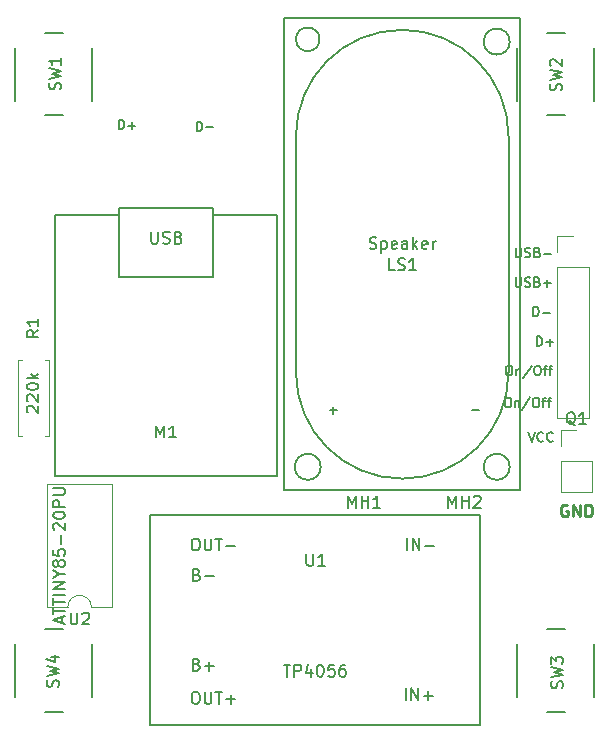
<source format=gbr>
G04 #@! TF.GenerationSoftware,KiCad,Pcbnew,5.1.5-52549c5~84~ubuntu18.04.1*
G04 #@! TF.CreationDate,2020-01-01T22:03:35+01:00*
G04 #@! TF.ProjectId,NOKOlino,4e4f4b4f-6c69-46e6-9f2e-6b696361645f,3.0*
G04 #@! TF.SameCoordinates,Original*
G04 #@! TF.FileFunction,Legend,Top*
G04 #@! TF.FilePolarity,Positive*
%FSLAX46Y46*%
G04 Gerber Fmt 4.6, Leading zero omitted, Abs format (unit mm)*
G04 Created by KiCad (PCBNEW 5.1.5-52549c5~84~ubuntu18.04.1) date 2020-01-01 22:03:35*
%MOMM*%
%LPD*%
G04 APERTURE LIST*
%ADD10C,0.200000*%
%ADD11C,0.250000*%
%ADD12C,0.150000*%
%ADD13C,0.120000*%
G04 APERTURE END LIST*
D10*
X172415238Y-120707142D02*
X173024761Y-120707142D01*
X160350238Y-120707142D02*
X160959761Y-120707142D01*
X160655000Y-121011904D02*
X160655000Y-120402380D01*
X177183333Y-122561904D02*
X177450000Y-123361904D01*
X177716666Y-122561904D01*
X178440476Y-123285714D02*
X178402380Y-123323809D01*
X178288095Y-123361904D01*
X178211904Y-123361904D01*
X178097619Y-123323809D01*
X178021428Y-123247619D01*
X177983333Y-123171428D01*
X177945238Y-123019047D01*
X177945238Y-122904761D01*
X177983333Y-122752380D01*
X178021428Y-122676190D01*
X178097619Y-122600000D01*
X178211904Y-122561904D01*
X178288095Y-122561904D01*
X178402380Y-122600000D01*
X178440476Y-122638095D01*
X179240476Y-123285714D02*
X179202380Y-123323809D01*
X179088095Y-123361904D01*
X179011904Y-123361904D01*
X178897619Y-123323809D01*
X178821428Y-123247619D01*
X178783333Y-123171428D01*
X178745238Y-123019047D01*
X178745238Y-122904761D01*
X178783333Y-122752380D01*
X178821428Y-122676190D01*
X178897619Y-122600000D01*
X179011904Y-122561904D01*
X179088095Y-122561904D01*
X179202380Y-122600000D01*
X179240476Y-122638095D01*
D11*
X180488095Y-128750000D02*
X180392857Y-128702380D01*
X180250000Y-128702380D01*
X180107142Y-128750000D01*
X180011904Y-128845238D01*
X179964285Y-128940476D01*
X179916666Y-129130952D01*
X179916666Y-129273809D01*
X179964285Y-129464285D01*
X180011904Y-129559523D01*
X180107142Y-129654761D01*
X180250000Y-129702380D01*
X180345238Y-129702380D01*
X180488095Y-129654761D01*
X180535714Y-129607142D01*
X180535714Y-129273809D01*
X180345238Y-129273809D01*
X180964285Y-129702380D02*
X180964285Y-128702380D01*
X181535714Y-129702380D01*
X181535714Y-128702380D01*
X182011904Y-129702380D02*
X182011904Y-128702380D01*
X182250000Y-128702380D01*
X182392857Y-128750000D01*
X182488095Y-128845238D01*
X182535714Y-128940476D01*
X182583333Y-129130952D01*
X182583333Y-129273809D01*
X182535714Y-129464285D01*
X182488095Y-129559523D01*
X182392857Y-129654761D01*
X182250000Y-129702380D01*
X182011904Y-129702380D01*
D10*
X175466666Y-116961904D02*
X175619047Y-116961904D01*
X175695238Y-117000000D01*
X175771428Y-117076190D01*
X175809523Y-117228571D01*
X175809523Y-117495238D01*
X175771428Y-117647619D01*
X175695238Y-117723809D01*
X175619047Y-117761904D01*
X175466666Y-117761904D01*
X175390476Y-117723809D01*
X175314285Y-117647619D01*
X175276190Y-117495238D01*
X175276190Y-117228571D01*
X175314285Y-117076190D01*
X175390476Y-117000000D01*
X175466666Y-116961904D01*
X176152380Y-117228571D02*
X176152380Y-117761904D01*
X176152380Y-117304761D02*
X176190476Y-117266666D01*
X176266666Y-117228571D01*
X176380952Y-117228571D01*
X176457142Y-117266666D01*
X176495238Y-117342857D01*
X176495238Y-117761904D01*
X177447619Y-116923809D02*
X176761904Y-117952380D01*
X177866666Y-116961904D02*
X178019047Y-116961904D01*
X178095238Y-117000000D01*
X178171428Y-117076190D01*
X178209523Y-117228571D01*
X178209523Y-117495238D01*
X178171428Y-117647619D01*
X178095238Y-117723809D01*
X178019047Y-117761904D01*
X177866666Y-117761904D01*
X177790476Y-117723809D01*
X177714285Y-117647619D01*
X177676190Y-117495238D01*
X177676190Y-117228571D01*
X177714285Y-117076190D01*
X177790476Y-117000000D01*
X177866666Y-116961904D01*
X178438095Y-117228571D02*
X178742857Y-117228571D01*
X178552380Y-117761904D02*
X178552380Y-117076190D01*
X178590476Y-117000000D01*
X178666666Y-116961904D01*
X178742857Y-116961904D01*
X178895238Y-117228571D02*
X179200000Y-117228571D01*
X179009523Y-117761904D02*
X179009523Y-117076190D01*
X179047619Y-117000000D01*
X179123809Y-116961904D01*
X179200000Y-116961904D01*
X175366666Y-119661904D02*
X175519047Y-119661904D01*
X175595238Y-119700000D01*
X175671428Y-119776190D01*
X175709523Y-119928571D01*
X175709523Y-120195238D01*
X175671428Y-120347619D01*
X175595238Y-120423809D01*
X175519047Y-120461904D01*
X175366666Y-120461904D01*
X175290476Y-120423809D01*
X175214285Y-120347619D01*
X175176190Y-120195238D01*
X175176190Y-119928571D01*
X175214285Y-119776190D01*
X175290476Y-119700000D01*
X175366666Y-119661904D01*
X176052380Y-119928571D02*
X176052380Y-120461904D01*
X176052380Y-120004761D02*
X176090476Y-119966666D01*
X176166666Y-119928571D01*
X176280952Y-119928571D01*
X176357142Y-119966666D01*
X176395238Y-120042857D01*
X176395238Y-120461904D01*
X177347619Y-119623809D02*
X176661904Y-120652380D01*
X177766666Y-119661904D02*
X177919047Y-119661904D01*
X177995238Y-119700000D01*
X178071428Y-119776190D01*
X178109523Y-119928571D01*
X178109523Y-120195238D01*
X178071428Y-120347619D01*
X177995238Y-120423809D01*
X177919047Y-120461904D01*
X177766666Y-120461904D01*
X177690476Y-120423809D01*
X177614285Y-120347619D01*
X177576190Y-120195238D01*
X177576190Y-119928571D01*
X177614285Y-119776190D01*
X177690476Y-119700000D01*
X177766666Y-119661904D01*
X178338095Y-119928571D02*
X178642857Y-119928571D01*
X178452380Y-120461904D02*
X178452380Y-119776190D01*
X178490476Y-119700000D01*
X178566666Y-119661904D01*
X178642857Y-119661904D01*
X178795238Y-119928571D02*
X179100000Y-119928571D01*
X178909523Y-120461904D02*
X178909523Y-119776190D01*
X178947619Y-119700000D01*
X179023809Y-119661904D01*
X179100000Y-119661904D01*
X176095238Y-106961904D02*
X176095238Y-107609523D01*
X176133333Y-107685714D01*
X176171428Y-107723809D01*
X176247619Y-107761904D01*
X176400000Y-107761904D01*
X176476190Y-107723809D01*
X176514285Y-107685714D01*
X176552380Y-107609523D01*
X176552380Y-106961904D01*
X176895238Y-107723809D02*
X177009523Y-107761904D01*
X177200000Y-107761904D01*
X177276190Y-107723809D01*
X177314285Y-107685714D01*
X177352380Y-107609523D01*
X177352380Y-107533333D01*
X177314285Y-107457142D01*
X177276190Y-107419047D01*
X177200000Y-107380952D01*
X177047619Y-107342857D01*
X176971428Y-107304761D01*
X176933333Y-107266666D01*
X176895238Y-107190476D01*
X176895238Y-107114285D01*
X176933333Y-107038095D01*
X176971428Y-107000000D01*
X177047619Y-106961904D01*
X177238095Y-106961904D01*
X177352380Y-107000000D01*
X177961904Y-107342857D02*
X178076190Y-107380952D01*
X178114285Y-107419047D01*
X178152380Y-107495238D01*
X178152380Y-107609523D01*
X178114285Y-107685714D01*
X178076190Y-107723809D01*
X178000000Y-107761904D01*
X177695238Y-107761904D01*
X177695238Y-106961904D01*
X177961904Y-106961904D01*
X178038095Y-107000000D01*
X178076190Y-107038095D01*
X178114285Y-107114285D01*
X178114285Y-107190476D01*
X178076190Y-107266666D01*
X178038095Y-107304761D01*
X177961904Y-107342857D01*
X177695238Y-107342857D01*
X178495238Y-107457142D02*
X179104761Y-107457142D01*
X176095238Y-109461904D02*
X176095238Y-110109523D01*
X176133333Y-110185714D01*
X176171428Y-110223809D01*
X176247619Y-110261904D01*
X176400000Y-110261904D01*
X176476190Y-110223809D01*
X176514285Y-110185714D01*
X176552380Y-110109523D01*
X176552380Y-109461904D01*
X176895238Y-110223809D02*
X177009523Y-110261904D01*
X177200000Y-110261904D01*
X177276190Y-110223809D01*
X177314285Y-110185714D01*
X177352380Y-110109523D01*
X177352380Y-110033333D01*
X177314285Y-109957142D01*
X177276190Y-109919047D01*
X177200000Y-109880952D01*
X177047619Y-109842857D01*
X176971428Y-109804761D01*
X176933333Y-109766666D01*
X176895238Y-109690476D01*
X176895238Y-109614285D01*
X176933333Y-109538095D01*
X176971428Y-109500000D01*
X177047619Y-109461904D01*
X177238095Y-109461904D01*
X177352380Y-109500000D01*
X177961904Y-109842857D02*
X178076190Y-109880952D01*
X178114285Y-109919047D01*
X178152380Y-109995238D01*
X178152380Y-110109523D01*
X178114285Y-110185714D01*
X178076190Y-110223809D01*
X178000000Y-110261904D01*
X177695238Y-110261904D01*
X177695238Y-109461904D01*
X177961904Y-109461904D01*
X178038095Y-109500000D01*
X178076190Y-109538095D01*
X178114285Y-109614285D01*
X178114285Y-109690476D01*
X178076190Y-109766666D01*
X178038095Y-109804761D01*
X177961904Y-109842857D01*
X177695238Y-109842857D01*
X178495238Y-109957142D02*
X179104761Y-109957142D01*
X178800000Y-110261904D02*
X178800000Y-109652380D01*
X177595238Y-112761904D02*
X177595238Y-111961904D01*
X177785714Y-111961904D01*
X177900000Y-112000000D01*
X177976190Y-112076190D01*
X178014285Y-112152380D01*
X178052380Y-112304761D01*
X178052380Y-112419047D01*
X178014285Y-112571428D01*
X177976190Y-112647619D01*
X177900000Y-112723809D01*
X177785714Y-112761904D01*
X177595238Y-112761904D01*
X178395238Y-112457142D02*
X179004761Y-112457142D01*
X177895238Y-115261904D02*
X177895238Y-114461904D01*
X178085714Y-114461904D01*
X178200000Y-114500000D01*
X178276190Y-114576190D01*
X178314285Y-114652380D01*
X178352380Y-114804761D01*
X178352380Y-114919047D01*
X178314285Y-115071428D01*
X178276190Y-115147619D01*
X178200000Y-115223809D01*
X178085714Y-115261904D01*
X177895238Y-115261904D01*
X178695238Y-114957142D02*
X179304761Y-114957142D01*
X179000000Y-115261904D02*
X179000000Y-114652380D01*
D12*
X173120000Y-147390000D02*
X173120000Y-129610000D01*
X145180000Y-147390000D02*
X145180000Y-129610000D01*
X173120000Y-147390000D02*
X145180000Y-147390000D01*
X145180000Y-129610000D02*
X173120000Y-129610000D01*
X175500000Y-97500000D02*
X175500000Y-117500000D01*
X157500000Y-97500000D02*
X157500000Y-117500000D01*
X157500000Y-117500000D02*
G75*
G03X166500000Y-126500000I9000000J0D01*
G01*
X166500000Y-88500000D02*
G75*
G03X157500000Y-97500000I0J-9000000D01*
G01*
X175500000Y-97500000D02*
G75*
G03X166500000Y-88500000I-9000000J0D01*
G01*
X166500000Y-126500000D02*
G75*
G03X175500000Y-117500000I0J9000000D01*
G01*
X175600000Y-125500000D02*
G75*
G03X175600000Y-125500000I-1100000J0D01*
G01*
X159600000Y-125500000D02*
G75*
G03X159600000Y-125500000I-1100000J0D01*
G01*
X175600000Y-89500000D02*
G75*
G03X175600000Y-89500000I-1100000J0D01*
G01*
X159500000Y-89300000D02*
G75*
G03X159500000Y-89300000I-1000000J0D01*
G01*
X176500000Y-87500000D02*
X156500000Y-87500000D01*
X156500000Y-127500000D02*
X176500000Y-127500000D01*
X156500000Y-127500000D02*
X156500000Y-87500000D01*
X176500000Y-127500000D02*
X176500000Y-87500000D01*
X140250000Y-94500000D02*
X140250000Y-90000000D01*
X136250000Y-95750000D02*
X137750000Y-95750000D01*
X133750000Y-90000000D02*
X133750000Y-94500000D01*
X137750000Y-88750000D02*
X136250000Y-88750000D01*
X182750000Y-94500000D02*
X182750000Y-90000000D01*
X178750000Y-95750000D02*
X180250000Y-95750000D01*
X176250000Y-90000000D02*
X176250000Y-94500000D01*
X180250000Y-88750000D02*
X178750000Y-88750000D01*
X182750000Y-145000000D02*
X182750000Y-140500000D01*
X178750000Y-146250000D02*
X180250000Y-146250000D01*
X176250000Y-140500000D02*
X176250000Y-145000000D01*
X180250000Y-139250000D02*
X178750000Y-139250000D01*
X140250000Y-145000000D02*
X140250000Y-140500000D01*
X136250000Y-146250000D02*
X137750000Y-146250000D01*
X133750000Y-140500000D02*
X133750000Y-145000000D01*
X137750000Y-139250000D02*
X136250000Y-139250000D01*
D13*
X138190000Y-137390000D02*
G75*
G02X140190000Y-137390000I1000000J0D01*
G01*
X140190000Y-137390000D02*
X141960000Y-137390000D01*
X141960000Y-137390000D02*
X141960000Y-126990000D01*
X141960000Y-126990000D02*
X136420000Y-126990000D01*
X136420000Y-126990000D02*
X136420000Y-137390000D01*
X136420000Y-137390000D02*
X138190000Y-137390000D01*
D12*
X137127400Y-104201000D02*
X137127400Y-126299000D01*
X142486800Y-104201000D02*
X137127400Y-104201000D01*
X142486800Y-109408000D02*
X150487800Y-109408000D01*
X150487800Y-109408000D02*
X150487800Y-104175600D01*
X150487800Y-104201000D02*
X150487800Y-103591400D01*
X150487800Y-103591400D02*
X142486800Y-103591400D01*
X142486800Y-103591400D02*
X142486800Y-109408000D01*
X137127400Y-126299000D02*
X155872600Y-126299000D01*
X155872600Y-104201000D02*
X150487800Y-104201000D01*
X155872600Y-115250000D02*
X155872600Y-104201000D01*
X155872600Y-115250000D02*
X155872600Y-126299000D01*
D13*
X134270000Y-122900000D02*
X133940000Y-122900000D01*
X133940000Y-122900000D02*
X133940000Y-116480000D01*
X133940000Y-116480000D02*
X134270000Y-116480000D01*
X136230000Y-122900000D02*
X136560000Y-122900000D01*
X136560000Y-122900000D02*
X136560000Y-116480000D01*
X136560000Y-116480000D02*
X136230000Y-116480000D01*
X179920000Y-127620000D02*
X182580000Y-127620000D01*
X179920000Y-125020000D02*
X179920000Y-127620000D01*
X182580000Y-125020000D02*
X182580000Y-127620000D01*
X179920000Y-125020000D02*
X182580000Y-125020000D01*
X179920000Y-123750000D02*
X179920000Y-122420000D01*
X179920000Y-122420000D02*
X181250000Y-122420000D01*
X179645000Y-121345000D02*
X182305000Y-121345000D01*
X179645000Y-108585000D02*
X179645000Y-121345000D01*
X182305000Y-108585000D02*
X182305000Y-121345000D01*
X179645000Y-108585000D02*
X182305000Y-108585000D01*
X179645000Y-107315000D02*
X179645000Y-105985000D01*
X179645000Y-105985000D02*
X180975000Y-105985000D01*
D12*
X158388095Y-132872380D02*
X158388095Y-133681904D01*
X158435714Y-133777142D01*
X158483333Y-133824761D01*
X158578571Y-133872380D01*
X158769047Y-133872380D01*
X158864285Y-133824761D01*
X158911904Y-133777142D01*
X158959523Y-133681904D01*
X158959523Y-132872380D01*
X159959523Y-133872380D02*
X159388095Y-133872380D01*
X159673809Y-133872380D02*
X159673809Y-132872380D01*
X159578571Y-133015238D01*
X159483333Y-133110476D01*
X159388095Y-133158095D01*
X156459523Y-142262380D02*
X157030952Y-142262380D01*
X156745238Y-143262380D02*
X156745238Y-142262380D01*
X157364285Y-143262380D02*
X157364285Y-142262380D01*
X157745238Y-142262380D01*
X157840476Y-142310000D01*
X157888095Y-142357619D01*
X157935714Y-142452857D01*
X157935714Y-142595714D01*
X157888095Y-142690952D01*
X157840476Y-142738571D01*
X157745238Y-142786190D01*
X157364285Y-142786190D01*
X158792857Y-142595714D02*
X158792857Y-143262380D01*
X158554761Y-142214761D02*
X158316666Y-142929047D01*
X158935714Y-142929047D01*
X159507142Y-142262380D02*
X159602380Y-142262380D01*
X159697619Y-142310000D01*
X159745238Y-142357619D01*
X159792857Y-142452857D01*
X159840476Y-142643333D01*
X159840476Y-142881428D01*
X159792857Y-143071904D01*
X159745238Y-143167142D01*
X159697619Y-143214761D01*
X159602380Y-143262380D01*
X159507142Y-143262380D01*
X159411904Y-143214761D01*
X159364285Y-143167142D01*
X159316666Y-143071904D01*
X159269047Y-142881428D01*
X159269047Y-142643333D01*
X159316666Y-142452857D01*
X159364285Y-142357619D01*
X159411904Y-142310000D01*
X159507142Y-142262380D01*
X160745238Y-142262380D02*
X160269047Y-142262380D01*
X160221428Y-142738571D01*
X160269047Y-142690952D01*
X160364285Y-142643333D01*
X160602380Y-142643333D01*
X160697619Y-142690952D01*
X160745238Y-142738571D01*
X160792857Y-142833809D01*
X160792857Y-143071904D01*
X160745238Y-143167142D01*
X160697619Y-143214761D01*
X160602380Y-143262380D01*
X160364285Y-143262380D01*
X160269047Y-143214761D01*
X160221428Y-143167142D01*
X161650000Y-142262380D02*
X161459523Y-142262380D01*
X161364285Y-142310000D01*
X161316666Y-142357619D01*
X161221428Y-142500476D01*
X161173809Y-142690952D01*
X161173809Y-143071904D01*
X161221428Y-143167142D01*
X161269047Y-143214761D01*
X161364285Y-143262380D01*
X161554761Y-143262380D01*
X161650000Y-143214761D01*
X161697619Y-143167142D01*
X161745238Y-143071904D01*
X161745238Y-142833809D01*
X161697619Y-142738571D01*
X161650000Y-142690952D01*
X161554761Y-142643333D01*
X161364285Y-142643333D01*
X161269047Y-142690952D01*
X161221428Y-142738571D01*
X161173809Y-142833809D01*
X148920352Y-131576980D02*
X149110828Y-131576980D01*
X149206066Y-131624600D01*
X149301304Y-131719838D01*
X149348923Y-131910314D01*
X149348923Y-132243647D01*
X149301304Y-132434123D01*
X149206066Y-132529361D01*
X149110828Y-132576980D01*
X148920352Y-132576980D01*
X148825114Y-132529361D01*
X148729876Y-132434123D01*
X148682257Y-132243647D01*
X148682257Y-131910314D01*
X148729876Y-131719838D01*
X148825114Y-131624600D01*
X148920352Y-131576980D01*
X149777495Y-131576980D02*
X149777495Y-132386504D01*
X149825114Y-132481742D01*
X149872733Y-132529361D01*
X149967971Y-132576980D01*
X150158447Y-132576980D01*
X150253685Y-132529361D01*
X150301304Y-132481742D01*
X150348923Y-132386504D01*
X150348923Y-131576980D01*
X150682257Y-131576980D02*
X151253685Y-131576980D01*
X150967971Y-132576980D02*
X150967971Y-131576980D01*
X151587019Y-132196028D02*
X152348923Y-132196028D01*
X149102380Y-134628571D02*
X149245238Y-134676190D01*
X149292857Y-134723809D01*
X149340476Y-134819047D01*
X149340476Y-134961904D01*
X149292857Y-135057142D01*
X149245238Y-135104761D01*
X149150000Y-135152380D01*
X148769047Y-135152380D01*
X148769047Y-134152380D01*
X149102380Y-134152380D01*
X149197619Y-134200000D01*
X149245238Y-134247619D01*
X149292857Y-134342857D01*
X149292857Y-134438095D01*
X149245238Y-134533333D01*
X149197619Y-134580952D01*
X149102380Y-134628571D01*
X148769047Y-134628571D01*
X149769047Y-134771428D02*
X150530952Y-134771428D01*
X149102380Y-142228571D02*
X149245238Y-142276190D01*
X149292857Y-142323809D01*
X149340476Y-142419047D01*
X149340476Y-142561904D01*
X149292857Y-142657142D01*
X149245238Y-142704761D01*
X149150000Y-142752380D01*
X148769047Y-142752380D01*
X148769047Y-141752380D01*
X149102380Y-141752380D01*
X149197619Y-141800000D01*
X149245238Y-141847619D01*
X149292857Y-141942857D01*
X149292857Y-142038095D01*
X149245238Y-142133333D01*
X149197619Y-142180952D01*
X149102380Y-142228571D01*
X148769047Y-142228571D01*
X149769047Y-142371428D02*
X150530952Y-142371428D01*
X150150000Y-142752380D02*
X150150000Y-141990476D01*
X148920352Y-144556380D02*
X149110828Y-144556380D01*
X149206066Y-144604000D01*
X149301304Y-144699238D01*
X149348923Y-144889714D01*
X149348923Y-145223047D01*
X149301304Y-145413523D01*
X149206066Y-145508761D01*
X149110828Y-145556380D01*
X148920352Y-145556380D01*
X148825114Y-145508761D01*
X148729876Y-145413523D01*
X148682257Y-145223047D01*
X148682257Y-144889714D01*
X148729876Y-144699238D01*
X148825114Y-144604000D01*
X148920352Y-144556380D01*
X149777495Y-144556380D02*
X149777495Y-145365904D01*
X149825114Y-145461142D01*
X149872733Y-145508761D01*
X149967971Y-145556380D01*
X150158447Y-145556380D01*
X150253685Y-145508761D01*
X150301304Y-145461142D01*
X150348923Y-145365904D01*
X150348923Y-144556380D01*
X150682257Y-144556380D02*
X151253685Y-144556380D01*
X150967971Y-145556380D02*
X150967971Y-144556380D01*
X151587019Y-145175428D02*
X152348923Y-145175428D01*
X151967971Y-145556380D02*
X151967971Y-144794476D01*
X166907142Y-132552380D02*
X166907142Y-131552380D01*
X167383333Y-132552380D02*
X167383333Y-131552380D01*
X167954761Y-132552380D01*
X167954761Y-131552380D01*
X168430952Y-132171428D02*
X169192857Y-132171428D01*
X166807142Y-145252380D02*
X166807142Y-144252380D01*
X167283333Y-145252380D02*
X167283333Y-144252380D01*
X167854761Y-145252380D01*
X167854761Y-144252380D01*
X168330952Y-144871428D02*
X169092857Y-144871428D01*
X168711904Y-145252380D02*
X168711904Y-144490476D01*
X165857142Y-108852380D02*
X165380952Y-108852380D01*
X165380952Y-107852380D01*
X166142857Y-108804761D02*
X166285714Y-108852380D01*
X166523809Y-108852380D01*
X166619047Y-108804761D01*
X166666666Y-108757142D01*
X166714285Y-108661904D01*
X166714285Y-108566666D01*
X166666666Y-108471428D01*
X166619047Y-108423809D01*
X166523809Y-108376190D01*
X166333333Y-108328571D01*
X166238095Y-108280952D01*
X166190476Y-108233333D01*
X166142857Y-108138095D01*
X166142857Y-108042857D01*
X166190476Y-107947619D01*
X166238095Y-107900000D01*
X166333333Y-107852380D01*
X166571428Y-107852380D01*
X166714285Y-107900000D01*
X167666666Y-108852380D02*
X167095238Y-108852380D01*
X167380952Y-108852380D02*
X167380952Y-107852380D01*
X167285714Y-107995238D01*
X167190476Y-108090476D01*
X167095238Y-108138095D01*
X163738095Y-107004761D02*
X163880952Y-107052380D01*
X164119047Y-107052380D01*
X164214285Y-107004761D01*
X164261904Y-106957142D01*
X164309523Y-106861904D01*
X164309523Y-106766666D01*
X164261904Y-106671428D01*
X164214285Y-106623809D01*
X164119047Y-106576190D01*
X163928571Y-106528571D01*
X163833333Y-106480952D01*
X163785714Y-106433333D01*
X163738095Y-106338095D01*
X163738095Y-106242857D01*
X163785714Y-106147619D01*
X163833333Y-106100000D01*
X163928571Y-106052380D01*
X164166666Y-106052380D01*
X164309523Y-106100000D01*
X164738095Y-106385714D02*
X164738095Y-107385714D01*
X164738095Y-106433333D02*
X164833333Y-106385714D01*
X165023809Y-106385714D01*
X165119047Y-106433333D01*
X165166666Y-106480952D01*
X165214285Y-106576190D01*
X165214285Y-106861904D01*
X165166666Y-106957142D01*
X165119047Y-107004761D01*
X165023809Y-107052380D01*
X164833333Y-107052380D01*
X164738095Y-107004761D01*
X166023809Y-107004761D02*
X165928571Y-107052380D01*
X165738095Y-107052380D01*
X165642857Y-107004761D01*
X165595238Y-106909523D01*
X165595238Y-106528571D01*
X165642857Y-106433333D01*
X165738095Y-106385714D01*
X165928571Y-106385714D01*
X166023809Y-106433333D01*
X166071428Y-106528571D01*
X166071428Y-106623809D01*
X165595238Y-106719047D01*
X166928571Y-107052380D02*
X166928571Y-106528571D01*
X166880952Y-106433333D01*
X166785714Y-106385714D01*
X166595238Y-106385714D01*
X166500000Y-106433333D01*
X166928571Y-107004761D02*
X166833333Y-107052380D01*
X166595238Y-107052380D01*
X166500000Y-107004761D01*
X166452380Y-106909523D01*
X166452380Y-106814285D01*
X166500000Y-106719047D01*
X166595238Y-106671428D01*
X166833333Y-106671428D01*
X166928571Y-106623809D01*
X167404761Y-107052380D02*
X167404761Y-106052380D01*
X167500000Y-106671428D02*
X167785714Y-107052380D01*
X167785714Y-106385714D02*
X167404761Y-106766666D01*
X168595238Y-107004761D02*
X168500000Y-107052380D01*
X168309523Y-107052380D01*
X168214285Y-107004761D01*
X168166666Y-106909523D01*
X168166666Y-106528571D01*
X168214285Y-106433333D01*
X168309523Y-106385714D01*
X168500000Y-106385714D01*
X168595238Y-106433333D01*
X168642857Y-106528571D01*
X168642857Y-106623809D01*
X168166666Y-106719047D01*
X169071428Y-107052380D02*
X169071428Y-106385714D01*
X169071428Y-106576190D02*
X169119047Y-106480952D01*
X169166666Y-106433333D01*
X169261904Y-106385714D01*
X169357142Y-106385714D01*
X161916666Y-128952380D02*
X161916666Y-127952380D01*
X162250000Y-128666666D01*
X162583333Y-127952380D01*
X162583333Y-128952380D01*
X163059523Y-128952380D02*
X163059523Y-127952380D01*
X163059523Y-128428571D02*
X163630952Y-128428571D01*
X163630952Y-128952380D02*
X163630952Y-127952380D01*
X164630952Y-128952380D02*
X164059523Y-128952380D01*
X164345238Y-128952380D02*
X164345238Y-127952380D01*
X164250000Y-128095238D01*
X164154761Y-128190476D01*
X164059523Y-128238095D01*
X170416666Y-128952380D02*
X170416666Y-127952380D01*
X170750000Y-128666666D01*
X171083333Y-127952380D01*
X171083333Y-128952380D01*
X171559523Y-128952380D02*
X171559523Y-127952380D01*
X171559523Y-128428571D02*
X172130952Y-128428571D01*
X172130952Y-128952380D02*
X172130952Y-127952380D01*
X172559523Y-128047619D02*
X172607142Y-128000000D01*
X172702380Y-127952380D01*
X172940476Y-127952380D01*
X173035714Y-128000000D01*
X173083333Y-128047619D01*
X173130952Y-128142857D01*
X173130952Y-128238095D01*
X173083333Y-128380952D01*
X172511904Y-128952380D01*
X173130952Y-128952380D01*
X137554761Y-93533333D02*
X137602380Y-93390476D01*
X137602380Y-93152380D01*
X137554761Y-93057142D01*
X137507142Y-93009523D01*
X137411904Y-92961904D01*
X137316666Y-92961904D01*
X137221428Y-93009523D01*
X137173809Y-93057142D01*
X137126190Y-93152380D01*
X137078571Y-93342857D01*
X137030952Y-93438095D01*
X136983333Y-93485714D01*
X136888095Y-93533333D01*
X136792857Y-93533333D01*
X136697619Y-93485714D01*
X136650000Y-93438095D01*
X136602380Y-93342857D01*
X136602380Y-93104761D01*
X136650000Y-92961904D01*
X136602380Y-92628571D02*
X137602380Y-92390476D01*
X136888095Y-92200000D01*
X137602380Y-92009523D01*
X136602380Y-91771428D01*
X137602380Y-90866666D02*
X137602380Y-91438095D01*
X137602380Y-91152380D02*
X136602380Y-91152380D01*
X136745238Y-91247619D01*
X136840476Y-91342857D01*
X136888095Y-91438095D01*
X179954761Y-93633333D02*
X180002380Y-93490476D01*
X180002380Y-93252380D01*
X179954761Y-93157142D01*
X179907142Y-93109523D01*
X179811904Y-93061904D01*
X179716666Y-93061904D01*
X179621428Y-93109523D01*
X179573809Y-93157142D01*
X179526190Y-93252380D01*
X179478571Y-93442857D01*
X179430952Y-93538095D01*
X179383333Y-93585714D01*
X179288095Y-93633333D01*
X179192857Y-93633333D01*
X179097619Y-93585714D01*
X179050000Y-93538095D01*
X179002380Y-93442857D01*
X179002380Y-93204761D01*
X179050000Y-93061904D01*
X179002380Y-92728571D02*
X180002380Y-92490476D01*
X179288095Y-92300000D01*
X180002380Y-92109523D01*
X179002380Y-91871428D01*
X179097619Y-91538095D02*
X179050000Y-91490476D01*
X179002380Y-91395238D01*
X179002380Y-91157142D01*
X179050000Y-91061904D01*
X179097619Y-91014285D01*
X179192857Y-90966666D01*
X179288095Y-90966666D01*
X179430952Y-91014285D01*
X180002380Y-91585714D01*
X180002380Y-90966666D01*
X180054761Y-144233333D02*
X180102380Y-144090476D01*
X180102380Y-143852380D01*
X180054761Y-143757142D01*
X180007142Y-143709523D01*
X179911904Y-143661904D01*
X179816666Y-143661904D01*
X179721428Y-143709523D01*
X179673809Y-143757142D01*
X179626190Y-143852380D01*
X179578571Y-144042857D01*
X179530952Y-144138095D01*
X179483333Y-144185714D01*
X179388095Y-144233333D01*
X179292857Y-144233333D01*
X179197619Y-144185714D01*
X179150000Y-144138095D01*
X179102380Y-144042857D01*
X179102380Y-143804761D01*
X179150000Y-143661904D01*
X179102380Y-143328571D02*
X180102380Y-143090476D01*
X179388095Y-142900000D01*
X180102380Y-142709523D01*
X179102380Y-142471428D01*
X179102380Y-142185714D02*
X179102380Y-141566666D01*
X179483333Y-141900000D01*
X179483333Y-141757142D01*
X179530952Y-141661904D01*
X179578571Y-141614285D01*
X179673809Y-141566666D01*
X179911904Y-141566666D01*
X180007142Y-141614285D01*
X180054761Y-141661904D01*
X180102380Y-141757142D01*
X180102380Y-142042857D01*
X180054761Y-142138095D01*
X180007142Y-142185714D01*
X137354761Y-144133333D02*
X137402380Y-143990476D01*
X137402380Y-143752380D01*
X137354761Y-143657142D01*
X137307142Y-143609523D01*
X137211904Y-143561904D01*
X137116666Y-143561904D01*
X137021428Y-143609523D01*
X136973809Y-143657142D01*
X136926190Y-143752380D01*
X136878571Y-143942857D01*
X136830952Y-144038095D01*
X136783333Y-144085714D01*
X136688095Y-144133333D01*
X136592857Y-144133333D01*
X136497619Y-144085714D01*
X136450000Y-144038095D01*
X136402380Y-143942857D01*
X136402380Y-143704761D01*
X136450000Y-143561904D01*
X136402380Y-143228571D02*
X137402380Y-142990476D01*
X136688095Y-142800000D01*
X137402380Y-142609523D01*
X136402380Y-142371428D01*
X136735714Y-141561904D02*
X137402380Y-141561904D01*
X136354761Y-141800000D02*
X137069047Y-142038095D01*
X137069047Y-141419047D01*
X138428095Y-137842380D02*
X138428095Y-138651904D01*
X138475714Y-138747142D01*
X138523333Y-138794761D01*
X138618571Y-138842380D01*
X138809047Y-138842380D01*
X138904285Y-138794761D01*
X138951904Y-138747142D01*
X138999523Y-138651904D01*
X138999523Y-137842380D01*
X139428095Y-137937619D02*
X139475714Y-137890000D01*
X139570952Y-137842380D01*
X139809047Y-137842380D01*
X139904285Y-137890000D01*
X139951904Y-137937619D01*
X139999523Y-138032857D01*
X139999523Y-138128095D01*
X139951904Y-138270952D01*
X139380476Y-138842380D01*
X139999523Y-138842380D01*
X137666666Y-138738095D02*
X137666666Y-138261904D01*
X137952380Y-138833333D02*
X136952380Y-138500000D01*
X137952380Y-138166666D01*
X136952380Y-137976190D02*
X136952380Y-137404761D01*
X137952380Y-137690476D02*
X136952380Y-137690476D01*
X136952380Y-137214285D02*
X136952380Y-136642857D01*
X137952380Y-136928571D02*
X136952380Y-136928571D01*
X137952380Y-136309523D02*
X136952380Y-136309523D01*
X137952380Y-135833333D02*
X136952380Y-135833333D01*
X137952380Y-135261904D01*
X136952380Y-135261904D01*
X137476190Y-134595238D02*
X137952380Y-134595238D01*
X136952380Y-134928571D02*
X137476190Y-134595238D01*
X136952380Y-134261904D01*
X137380952Y-133785714D02*
X137333333Y-133880952D01*
X137285714Y-133928571D01*
X137190476Y-133976190D01*
X137142857Y-133976190D01*
X137047619Y-133928571D01*
X137000000Y-133880952D01*
X136952380Y-133785714D01*
X136952380Y-133595238D01*
X137000000Y-133500000D01*
X137047619Y-133452380D01*
X137142857Y-133404761D01*
X137190476Y-133404761D01*
X137285714Y-133452380D01*
X137333333Y-133500000D01*
X137380952Y-133595238D01*
X137380952Y-133785714D01*
X137428571Y-133880952D01*
X137476190Y-133928571D01*
X137571428Y-133976190D01*
X137761904Y-133976190D01*
X137857142Y-133928571D01*
X137904761Y-133880952D01*
X137952380Y-133785714D01*
X137952380Y-133595238D01*
X137904761Y-133500000D01*
X137857142Y-133452380D01*
X137761904Y-133404761D01*
X137571428Y-133404761D01*
X137476190Y-133452380D01*
X137428571Y-133500000D01*
X137380952Y-133595238D01*
X136952380Y-132500000D02*
X136952380Y-132976190D01*
X137428571Y-133023809D01*
X137380952Y-132976190D01*
X137333333Y-132880952D01*
X137333333Y-132642857D01*
X137380952Y-132547619D01*
X137428571Y-132500000D01*
X137523809Y-132452380D01*
X137761904Y-132452380D01*
X137857142Y-132500000D01*
X137904761Y-132547619D01*
X137952380Y-132642857D01*
X137952380Y-132880952D01*
X137904761Y-132976190D01*
X137857142Y-133023809D01*
X137571428Y-132023809D02*
X137571428Y-131261904D01*
X137047619Y-130833333D02*
X137000000Y-130785714D01*
X136952380Y-130690476D01*
X136952380Y-130452380D01*
X137000000Y-130357142D01*
X137047619Y-130309523D01*
X137142857Y-130261904D01*
X137238095Y-130261904D01*
X137380952Y-130309523D01*
X137952380Y-130880952D01*
X137952380Y-130261904D01*
X136952380Y-129642857D02*
X136952380Y-129547619D01*
X137000000Y-129452380D01*
X137047619Y-129404761D01*
X137142857Y-129357142D01*
X137333333Y-129309523D01*
X137571428Y-129309523D01*
X137761904Y-129357142D01*
X137857142Y-129404761D01*
X137904761Y-129452380D01*
X137952380Y-129547619D01*
X137952380Y-129642857D01*
X137904761Y-129738095D01*
X137857142Y-129785714D01*
X137761904Y-129833333D01*
X137571428Y-129880952D01*
X137333333Y-129880952D01*
X137142857Y-129833333D01*
X137047619Y-129785714D01*
X137000000Y-129738095D01*
X136952380Y-129642857D01*
X137952380Y-128880952D02*
X136952380Y-128880952D01*
X136952380Y-128500000D01*
X137000000Y-128404761D01*
X137047619Y-128357142D01*
X137142857Y-128309523D01*
X137285714Y-128309523D01*
X137380952Y-128357142D01*
X137428571Y-128404761D01*
X137476190Y-128500000D01*
X137476190Y-128880952D01*
X136952380Y-127880952D02*
X137761904Y-127880952D01*
X137857142Y-127833333D01*
X137904761Y-127785714D01*
X137952380Y-127690476D01*
X137952380Y-127500000D01*
X137904761Y-127404761D01*
X137857142Y-127357142D01*
X137761904Y-127309523D01*
X136952380Y-127309523D01*
X145690476Y-123002380D02*
X145690476Y-122002380D01*
X146023809Y-122716666D01*
X146357142Y-122002380D01*
X146357142Y-123002380D01*
X147357142Y-123002380D02*
X146785714Y-123002380D01*
X147071428Y-123002380D02*
X147071428Y-122002380D01*
X146976190Y-122145238D01*
X146880952Y-122240476D01*
X146785714Y-122288095D01*
X142495238Y-96911904D02*
X142495238Y-96111904D01*
X142685714Y-96111904D01*
X142800000Y-96150000D01*
X142876190Y-96226190D01*
X142914285Y-96302380D01*
X142952380Y-96454761D01*
X142952380Y-96569047D01*
X142914285Y-96721428D01*
X142876190Y-96797619D01*
X142800000Y-96873809D01*
X142685714Y-96911904D01*
X142495238Y-96911904D01*
X143295238Y-96607142D02*
X143904761Y-96607142D01*
X143600000Y-96911904D02*
X143600000Y-96302380D01*
X149095238Y-97061904D02*
X149095238Y-96261904D01*
X149285714Y-96261904D01*
X149400000Y-96300000D01*
X149476190Y-96376190D01*
X149514285Y-96452380D01*
X149552380Y-96604761D01*
X149552380Y-96719047D01*
X149514285Y-96871428D01*
X149476190Y-96947619D01*
X149400000Y-97023809D01*
X149285714Y-97061904D01*
X149095238Y-97061904D01*
X149895238Y-96757142D02*
X150504761Y-96757142D01*
X145238095Y-105602380D02*
X145238095Y-106411904D01*
X145285714Y-106507142D01*
X145333333Y-106554761D01*
X145428571Y-106602380D01*
X145619047Y-106602380D01*
X145714285Y-106554761D01*
X145761904Y-106507142D01*
X145809523Y-106411904D01*
X145809523Y-105602380D01*
X146238095Y-106554761D02*
X146380952Y-106602380D01*
X146619047Y-106602380D01*
X146714285Y-106554761D01*
X146761904Y-106507142D01*
X146809523Y-106411904D01*
X146809523Y-106316666D01*
X146761904Y-106221428D01*
X146714285Y-106173809D01*
X146619047Y-106126190D01*
X146428571Y-106078571D01*
X146333333Y-106030952D01*
X146285714Y-105983333D01*
X146238095Y-105888095D01*
X146238095Y-105792857D01*
X146285714Y-105697619D01*
X146333333Y-105650000D01*
X146428571Y-105602380D01*
X146666666Y-105602380D01*
X146809523Y-105650000D01*
X147571428Y-106078571D02*
X147714285Y-106126190D01*
X147761904Y-106173809D01*
X147809523Y-106269047D01*
X147809523Y-106411904D01*
X147761904Y-106507142D01*
X147714285Y-106554761D01*
X147619047Y-106602380D01*
X147238095Y-106602380D01*
X147238095Y-105602380D01*
X147571428Y-105602380D01*
X147666666Y-105650000D01*
X147714285Y-105697619D01*
X147761904Y-105792857D01*
X147761904Y-105888095D01*
X147714285Y-105983333D01*
X147666666Y-106030952D01*
X147571428Y-106078571D01*
X147238095Y-106078571D01*
X135702380Y-113916666D02*
X135226190Y-114250000D01*
X135702380Y-114488095D02*
X134702380Y-114488095D01*
X134702380Y-114107142D01*
X134750000Y-114011904D01*
X134797619Y-113964285D01*
X134892857Y-113916666D01*
X135035714Y-113916666D01*
X135130952Y-113964285D01*
X135178571Y-114011904D01*
X135226190Y-114107142D01*
X135226190Y-114488095D01*
X135702380Y-112964285D02*
X135702380Y-113535714D01*
X135702380Y-113250000D02*
X134702380Y-113250000D01*
X134845238Y-113345238D01*
X134940476Y-113440476D01*
X134988095Y-113535714D01*
X134797619Y-120892857D02*
X134750000Y-120845238D01*
X134702380Y-120750000D01*
X134702380Y-120511904D01*
X134750000Y-120416666D01*
X134797619Y-120369047D01*
X134892857Y-120321428D01*
X134988095Y-120321428D01*
X135130952Y-120369047D01*
X135702380Y-120940476D01*
X135702380Y-120321428D01*
X134797619Y-119940476D02*
X134750000Y-119892857D01*
X134702380Y-119797619D01*
X134702380Y-119559523D01*
X134750000Y-119464285D01*
X134797619Y-119416666D01*
X134892857Y-119369047D01*
X134988095Y-119369047D01*
X135130952Y-119416666D01*
X135702380Y-119988095D01*
X135702380Y-119369047D01*
X134702380Y-118750000D02*
X134702380Y-118654761D01*
X134750000Y-118559523D01*
X134797619Y-118511904D01*
X134892857Y-118464285D01*
X135083333Y-118416666D01*
X135321428Y-118416666D01*
X135511904Y-118464285D01*
X135607142Y-118511904D01*
X135654761Y-118559523D01*
X135702380Y-118654761D01*
X135702380Y-118750000D01*
X135654761Y-118845238D01*
X135607142Y-118892857D01*
X135511904Y-118940476D01*
X135321428Y-118988095D01*
X135083333Y-118988095D01*
X134892857Y-118940476D01*
X134797619Y-118892857D01*
X134750000Y-118845238D01*
X134702380Y-118750000D01*
X135702380Y-117988095D02*
X134702380Y-117988095D01*
X135321428Y-117892857D02*
X135702380Y-117607142D01*
X135035714Y-117607142D02*
X135416666Y-117988095D01*
X181154761Y-121967619D02*
X181059523Y-121920000D01*
X180964285Y-121824761D01*
X180821428Y-121681904D01*
X180726190Y-121634285D01*
X180630952Y-121634285D01*
X180678571Y-121872380D02*
X180583333Y-121824761D01*
X180488095Y-121729523D01*
X180440476Y-121539047D01*
X180440476Y-121205714D01*
X180488095Y-121015238D01*
X180583333Y-120920000D01*
X180678571Y-120872380D01*
X180869047Y-120872380D01*
X180964285Y-120920000D01*
X181059523Y-121015238D01*
X181107142Y-121205714D01*
X181107142Y-121539047D01*
X181059523Y-121729523D01*
X180964285Y-121824761D01*
X180869047Y-121872380D01*
X180678571Y-121872380D01*
X182059523Y-121872380D02*
X181488095Y-121872380D01*
X181773809Y-121872380D02*
X181773809Y-120872380D01*
X181678571Y-121015238D01*
X181583333Y-121110476D01*
X181488095Y-121158095D01*
M02*

</source>
